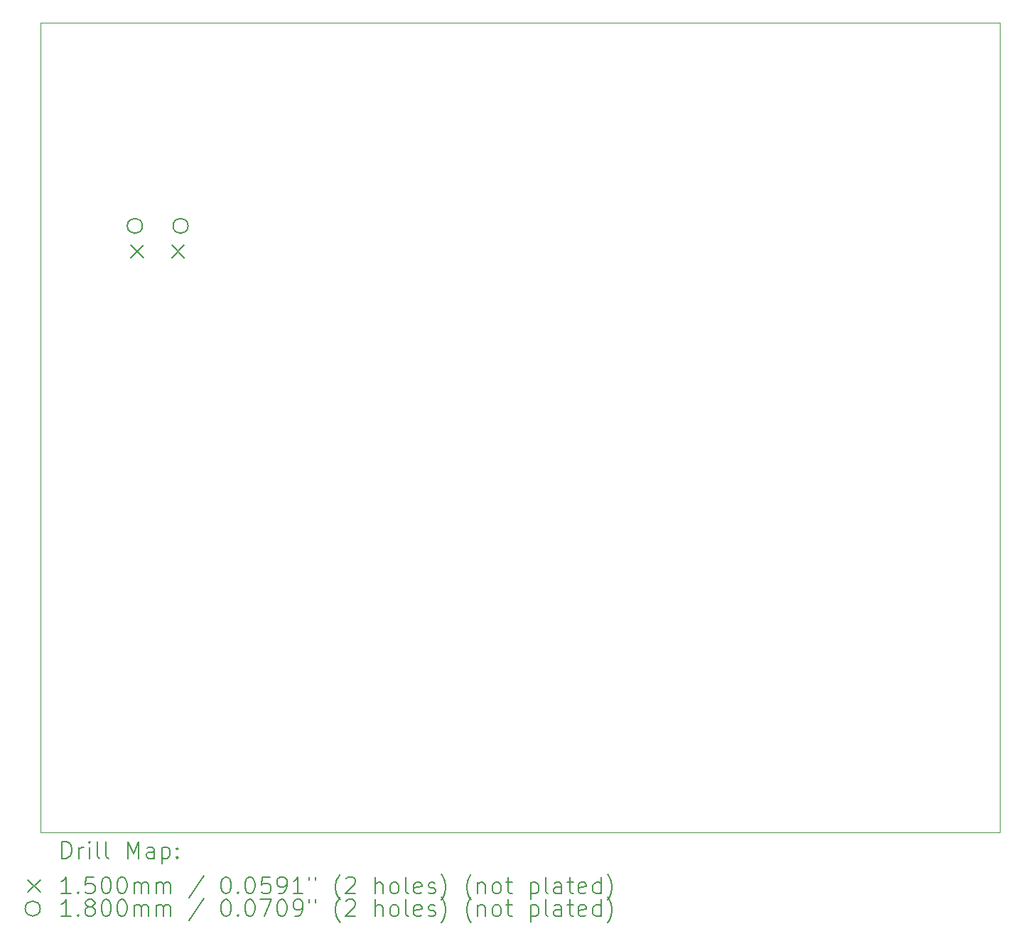
<source format=gbr>
%TF.GenerationSoftware,KiCad,Pcbnew,7.0.11-7.0.11~ubuntu22.04.1*%
%TF.CreationDate,2024-10-29T07:47:58+09:00*%
%TF.ProjectId,Akashi-19,416b6173-6869-42d3-9139-2e6b69636164,rev?*%
%TF.SameCoordinates,Original*%
%TF.FileFunction,Drillmap*%
%TF.FilePolarity,Positive*%
%FSLAX45Y45*%
G04 Gerber Fmt 4.5, Leading zero omitted, Abs format (unit mm)*
G04 Created by KiCad (PCBNEW 7.0.11-7.0.11~ubuntu22.04.1) date 2024-10-29 07:47:58*
%MOMM*%
%LPD*%
G01*
G04 APERTURE LIST*
%ADD10C,0.050000*%
%ADD11C,0.200000*%
%ADD12C,0.150000*%
%ADD13C,0.180000*%
G04 APERTURE END LIST*
D10*
X21209000Y-5207000D02*
X9779000Y-5207000D01*
X9779000Y-14859000D02*
X21209000Y-14859000D01*
X9779000Y-5207000D02*
X9779000Y-14859000D01*
X21209000Y-14859000D02*
X21209000Y-5207000D01*
D11*
D12*
X10858500Y-7861000D02*
X11008500Y-8011000D01*
X11008500Y-7861000D02*
X10858500Y-8011000D01*
X11343500Y-7861000D02*
X11493500Y-8011000D01*
X11493500Y-7861000D02*
X11343500Y-8011000D01*
D13*
X10993500Y-7633000D02*
G75*
G03*
X10813500Y-7633000I-90000J0D01*
G01*
X10813500Y-7633000D02*
G75*
G03*
X10993500Y-7633000I90000J0D01*
G01*
X11538500Y-7633000D02*
G75*
G03*
X11358500Y-7633000I-90000J0D01*
G01*
X11358500Y-7633000D02*
G75*
G03*
X11538500Y-7633000I90000J0D01*
G01*
D11*
X10037277Y-15172984D02*
X10037277Y-14972984D01*
X10037277Y-14972984D02*
X10084896Y-14972984D01*
X10084896Y-14972984D02*
X10113467Y-14982508D01*
X10113467Y-14982508D02*
X10132515Y-15001555D01*
X10132515Y-15001555D02*
X10142039Y-15020603D01*
X10142039Y-15020603D02*
X10151563Y-15058698D01*
X10151563Y-15058698D02*
X10151563Y-15087269D01*
X10151563Y-15087269D02*
X10142039Y-15125365D01*
X10142039Y-15125365D02*
X10132515Y-15144412D01*
X10132515Y-15144412D02*
X10113467Y-15163460D01*
X10113467Y-15163460D02*
X10084896Y-15172984D01*
X10084896Y-15172984D02*
X10037277Y-15172984D01*
X10237277Y-15172984D02*
X10237277Y-15039650D01*
X10237277Y-15077746D02*
X10246801Y-15058698D01*
X10246801Y-15058698D02*
X10256324Y-15049174D01*
X10256324Y-15049174D02*
X10275372Y-15039650D01*
X10275372Y-15039650D02*
X10294420Y-15039650D01*
X10361086Y-15172984D02*
X10361086Y-15039650D01*
X10361086Y-14972984D02*
X10351563Y-14982508D01*
X10351563Y-14982508D02*
X10361086Y-14992031D01*
X10361086Y-14992031D02*
X10370610Y-14982508D01*
X10370610Y-14982508D02*
X10361086Y-14972984D01*
X10361086Y-14972984D02*
X10361086Y-14992031D01*
X10484896Y-15172984D02*
X10465848Y-15163460D01*
X10465848Y-15163460D02*
X10456324Y-15144412D01*
X10456324Y-15144412D02*
X10456324Y-14972984D01*
X10589658Y-15172984D02*
X10570610Y-15163460D01*
X10570610Y-15163460D02*
X10561086Y-15144412D01*
X10561086Y-15144412D02*
X10561086Y-14972984D01*
X10818229Y-15172984D02*
X10818229Y-14972984D01*
X10818229Y-14972984D02*
X10884896Y-15115841D01*
X10884896Y-15115841D02*
X10951563Y-14972984D01*
X10951563Y-14972984D02*
X10951563Y-15172984D01*
X11132515Y-15172984D02*
X11132515Y-15068222D01*
X11132515Y-15068222D02*
X11122991Y-15049174D01*
X11122991Y-15049174D02*
X11103944Y-15039650D01*
X11103944Y-15039650D02*
X11065848Y-15039650D01*
X11065848Y-15039650D02*
X11046801Y-15049174D01*
X11132515Y-15163460D02*
X11113467Y-15172984D01*
X11113467Y-15172984D02*
X11065848Y-15172984D01*
X11065848Y-15172984D02*
X11046801Y-15163460D01*
X11046801Y-15163460D02*
X11037277Y-15144412D01*
X11037277Y-15144412D02*
X11037277Y-15125365D01*
X11037277Y-15125365D02*
X11046801Y-15106317D01*
X11046801Y-15106317D02*
X11065848Y-15096793D01*
X11065848Y-15096793D02*
X11113467Y-15096793D01*
X11113467Y-15096793D02*
X11132515Y-15087269D01*
X11227753Y-15039650D02*
X11227753Y-15239650D01*
X11227753Y-15049174D02*
X11246801Y-15039650D01*
X11246801Y-15039650D02*
X11284896Y-15039650D01*
X11284896Y-15039650D02*
X11303943Y-15049174D01*
X11303943Y-15049174D02*
X11313467Y-15058698D01*
X11313467Y-15058698D02*
X11322991Y-15077746D01*
X11322991Y-15077746D02*
X11322991Y-15134888D01*
X11322991Y-15134888D02*
X11313467Y-15153936D01*
X11313467Y-15153936D02*
X11303943Y-15163460D01*
X11303943Y-15163460D02*
X11284896Y-15172984D01*
X11284896Y-15172984D02*
X11246801Y-15172984D01*
X11246801Y-15172984D02*
X11227753Y-15163460D01*
X11408705Y-15153936D02*
X11418229Y-15163460D01*
X11418229Y-15163460D02*
X11408705Y-15172984D01*
X11408705Y-15172984D02*
X11399182Y-15163460D01*
X11399182Y-15163460D02*
X11408705Y-15153936D01*
X11408705Y-15153936D02*
X11408705Y-15172984D01*
X11408705Y-15049174D02*
X11418229Y-15058698D01*
X11418229Y-15058698D02*
X11408705Y-15068222D01*
X11408705Y-15068222D02*
X11399182Y-15058698D01*
X11399182Y-15058698D02*
X11408705Y-15049174D01*
X11408705Y-15049174D02*
X11408705Y-15068222D01*
D12*
X9626500Y-15426500D02*
X9776500Y-15576500D01*
X9776500Y-15426500D02*
X9626500Y-15576500D01*
D11*
X10142039Y-15592984D02*
X10027753Y-15592984D01*
X10084896Y-15592984D02*
X10084896Y-15392984D01*
X10084896Y-15392984D02*
X10065848Y-15421555D01*
X10065848Y-15421555D02*
X10046801Y-15440603D01*
X10046801Y-15440603D02*
X10027753Y-15450127D01*
X10227753Y-15573936D02*
X10237277Y-15583460D01*
X10237277Y-15583460D02*
X10227753Y-15592984D01*
X10227753Y-15592984D02*
X10218229Y-15583460D01*
X10218229Y-15583460D02*
X10227753Y-15573936D01*
X10227753Y-15573936D02*
X10227753Y-15592984D01*
X10418229Y-15392984D02*
X10322991Y-15392984D01*
X10322991Y-15392984D02*
X10313467Y-15488222D01*
X10313467Y-15488222D02*
X10322991Y-15478698D01*
X10322991Y-15478698D02*
X10342039Y-15469174D01*
X10342039Y-15469174D02*
X10389658Y-15469174D01*
X10389658Y-15469174D02*
X10408705Y-15478698D01*
X10408705Y-15478698D02*
X10418229Y-15488222D01*
X10418229Y-15488222D02*
X10427753Y-15507269D01*
X10427753Y-15507269D02*
X10427753Y-15554888D01*
X10427753Y-15554888D02*
X10418229Y-15573936D01*
X10418229Y-15573936D02*
X10408705Y-15583460D01*
X10408705Y-15583460D02*
X10389658Y-15592984D01*
X10389658Y-15592984D02*
X10342039Y-15592984D01*
X10342039Y-15592984D02*
X10322991Y-15583460D01*
X10322991Y-15583460D02*
X10313467Y-15573936D01*
X10551563Y-15392984D02*
X10570610Y-15392984D01*
X10570610Y-15392984D02*
X10589658Y-15402508D01*
X10589658Y-15402508D02*
X10599182Y-15412031D01*
X10599182Y-15412031D02*
X10608705Y-15431079D01*
X10608705Y-15431079D02*
X10618229Y-15469174D01*
X10618229Y-15469174D02*
X10618229Y-15516793D01*
X10618229Y-15516793D02*
X10608705Y-15554888D01*
X10608705Y-15554888D02*
X10599182Y-15573936D01*
X10599182Y-15573936D02*
X10589658Y-15583460D01*
X10589658Y-15583460D02*
X10570610Y-15592984D01*
X10570610Y-15592984D02*
X10551563Y-15592984D01*
X10551563Y-15592984D02*
X10532515Y-15583460D01*
X10532515Y-15583460D02*
X10522991Y-15573936D01*
X10522991Y-15573936D02*
X10513467Y-15554888D01*
X10513467Y-15554888D02*
X10503944Y-15516793D01*
X10503944Y-15516793D02*
X10503944Y-15469174D01*
X10503944Y-15469174D02*
X10513467Y-15431079D01*
X10513467Y-15431079D02*
X10522991Y-15412031D01*
X10522991Y-15412031D02*
X10532515Y-15402508D01*
X10532515Y-15402508D02*
X10551563Y-15392984D01*
X10742039Y-15392984D02*
X10761086Y-15392984D01*
X10761086Y-15392984D02*
X10780134Y-15402508D01*
X10780134Y-15402508D02*
X10789658Y-15412031D01*
X10789658Y-15412031D02*
X10799182Y-15431079D01*
X10799182Y-15431079D02*
X10808705Y-15469174D01*
X10808705Y-15469174D02*
X10808705Y-15516793D01*
X10808705Y-15516793D02*
X10799182Y-15554888D01*
X10799182Y-15554888D02*
X10789658Y-15573936D01*
X10789658Y-15573936D02*
X10780134Y-15583460D01*
X10780134Y-15583460D02*
X10761086Y-15592984D01*
X10761086Y-15592984D02*
X10742039Y-15592984D01*
X10742039Y-15592984D02*
X10722991Y-15583460D01*
X10722991Y-15583460D02*
X10713467Y-15573936D01*
X10713467Y-15573936D02*
X10703944Y-15554888D01*
X10703944Y-15554888D02*
X10694420Y-15516793D01*
X10694420Y-15516793D02*
X10694420Y-15469174D01*
X10694420Y-15469174D02*
X10703944Y-15431079D01*
X10703944Y-15431079D02*
X10713467Y-15412031D01*
X10713467Y-15412031D02*
X10722991Y-15402508D01*
X10722991Y-15402508D02*
X10742039Y-15392984D01*
X10894420Y-15592984D02*
X10894420Y-15459650D01*
X10894420Y-15478698D02*
X10903944Y-15469174D01*
X10903944Y-15469174D02*
X10922991Y-15459650D01*
X10922991Y-15459650D02*
X10951563Y-15459650D01*
X10951563Y-15459650D02*
X10970610Y-15469174D01*
X10970610Y-15469174D02*
X10980134Y-15488222D01*
X10980134Y-15488222D02*
X10980134Y-15592984D01*
X10980134Y-15488222D02*
X10989658Y-15469174D01*
X10989658Y-15469174D02*
X11008705Y-15459650D01*
X11008705Y-15459650D02*
X11037277Y-15459650D01*
X11037277Y-15459650D02*
X11056325Y-15469174D01*
X11056325Y-15469174D02*
X11065848Y-15488222D01*
X11065848Y-15488222D02*
X11065848Y-15592984D01*
X11161086Y-15592984D02*
X11161086Y-15459650D01*
X11161086Y-15478698D02*
X11170610Y-15469174D01*
X11170610Y-15469174D02*
X11189658Y-15459650D01*
X11189658Y-15459650D02*
X11218229Y-15459650D01*
X11218229Y-15459650D02*
X11237277Y-15469174D01*
X11237277Y-15469174D02*
X11246801Y-15488222D01*
X11246801Y-15488222D02*
X11246801Y-15592984D01*
X11246801Y-15488222D02*
X11256324Y-15469174D01*
X11256324Y-15469174D02*
X11275372Y-15459650D01*
X11275372Y-15459650D02*
X11303943Y-15459650D01*
X11303943Y-15459650D02*
X11322991Y-15469174D01*
X11322991Y-15469174D02*
X11332515Y-15488222D01*
X11332515Y-15488222D02*
X11332515Y-15592984D01*
X11722991Y-15383460D02*
X11551563Y-15640603D01*
X11980134Y-15392984D02*
X11999182Y-15392984D01*
X11999182Y-15392984D02*
X12018229Y-15402508D01*
X12018229Y-15402508D02*
X12027753Y-15412031D01*
X12027753Y-15412031D02*
X12037277Y-15431079D01*
X12037277Y-15431079D02*
X12046801Y-15469174D01*
X12046801Y-15469174D02*
X12046801Y-15516793D01*
X12046801Y-15516793D02*
X12037277Y-15554888D01*
X12037277Y-15554888D02*
X12027753Y-15573936D01*
X12027753Y-15573936D02*
X12018229Y-15583460D01*
X12018229Y-15583460D02*
X11999182Y-15592984D01*
X11999182Y-15592984D02*
X11980134Y-15592984D01*
X11980134Y-15592984D02*
X11961086Y-15583460D01*
X11961086Y-15583460D02*
X11951563Y-15573936D01*
X11951563Y-15573936D02*
X11942039Y-15554888D01*
X11942039Y-15554888D02*
X11932515Y-15516793D01*
X11932515Y-15516793D02*
X11932515Y-15469174D01*
X11932515Y-15469174D02*
X11942039Y-15431079D01*
X11942039Y-15431079D02*
X11951563Y-15412031D01*
X11951563Y-15412031D02*
X11961086Y-15402508D01*
X11961086Y-15402508D02*
X11980134Y-15392984D01*
X12132515Y-15573936D02*
X12142039Y-15583460D01*
X12142039Y-15583460D02*
X12132515Y-15592984D01*
X12132515Y-15592984D02*
X12122991Y-15583460D01*
X12122991Y-15583460D02*
X12132515Y-15573936D01*
X12132515Y-15573936D02*
X12132515Y-15592984D01*
X12265848Y-15392984D02*
X12284896Y-15392984D01*
X12284896Y-15392984D02*
X12303944Y-15402508D01*
X12303944Y-15402508D02*
X12313467Y-15412031D01*
X12313467Y-15412031D02*
X12322991Y-15431079D01*
X12322991Y-15431079D02*
X12332515Y-15469174D01*
X12332515Y-15469174D02*
X12332515Y-15516793D01*
X12332515Y-15516793D02*
X12322991Y-15554888D01*
X12322991Y-15554888D02*
X12313467Y-15573936D01*
X12313467Y-15573936D02*
X12303944Y-15583460D01*
X12303944Y-15583460D02*
X12284896Y-15592984D01*
X12284896Y-15592984D02*
X12265848Y-15592984D01*
X12265848Y-15592984D02*
X12246801Y-15583460D01*
X12246801Y-15583460D02*
X12237277Y-15573936D01*
X12237277Y-15573936D02*
X12227753Y-15554888D01*
X12227753Y-15554888D02*
X12218229Y-15516793D01*
X12218229Y-15516793D02*
X12218229Y-15469174D01*
X12218229Y-15469174D02*
X12227753Y-15431079D01*
X12227753Y-15431079D02*
X12237277Y-15412031D01*
X12237277Y-15412031D02*
X12246801Y-15402508D01*
X12246801Y-15402508D02*
X12265848Y-15392984D01*
X12513467Y-15392984D02*
X12418229Y-15392984D01*
X12418229Y-15392984D02*
X12408706Y-15488222D01*
X12408706Y-15488222D02*
X12418229Y-15478698D01*
X12418229Y-15478698D02*
X12437277Y-15469174D01*
X12437277Y-15469174D02*
X12484896Y-15469174D01*
X12484896Y-15469174D02*
X12503944Y-15478698D01*
X12503944Y-15478698D02*
X12513467Y-15488222D01*
X12513467Y-15488222D02*
X12522991Y-15507269D01*
X12522991Y-15507269D02*
X12522991Y-15554888D01*
X12522991Y-15554888D02*
X12513467Y-15573936D01*
X12513467Y-15573936D02*
X12503944Y-15583460D01*
X12503944Y-15583460D02*
X12484896Y-15592984D01*
X12484896Y-15592984D02*
X12437277Y-15592984D01*
X12437277Y-15592984D02*
X12418229Y-15583460D01*
X12418229Y-15583460D02*
X12408706Y-15573936D01*
X12618229Y-15592984D02*
X12656325Y-15592984D01*
X12656325Y-15592984D02*
X12675372Y-15583460D01*
X12675372Y-15583460D02*
X12684896Y-15573936D01*
X12684896Y-15573936D02*
X12703944Y-15545365D01*
X12703944Y-15545365D02*
X12713467Y-15507269D01*
X12713467Y-15507269D02*
X12713467Y-15431079D01*
X12713467Y-15431079D02*
X12703944Y-15412031D01*
X12703944Y-15412031D02*
X12694420Y-15402508D01*
X12694420Y-15402508D02*
X12675372Y-15392984D01*
X12675372Y-15392984D02*
X12637277Y-15392984D01*
X12637277Y-15392984D02*
X12618229Y-15402508D01*
X12618229Y-15402508D02*
X12608706Y-15412031D01*
X12608706Y-15412031D02*
X12599182Y-15431079D01*
X12599182Y-15431079D02*
X12599182Y-15478698D01*
X12599182Y-15478698D02*
X12608706Y-15497746D01*
X12608706Y-15497746D02*
X12618229Y-15507269D01*
X12618229Y-15507269D02*
X12637277Y-15516793D01*
X12637277Y-15516793D02*
X12675372Y-15516793D01*
X12675372Y-15516793D02*
X12694420Y-15507269D01*
X12694420Y-15507269D02*
X12703944Y-15497746D01*
X12703944Y-15497746D02*
X12713467Y-15478698D01*
X12903944Y-15592984D02*
X12789658Y-15592984D01*
X12846801Y-15592984D02*
X12846801Y-15392984D01*
X12846801Y-15392984D02*
X12827753Y-15421555D01*
X12827753Y-15421555D02*
X12808706Y-15440603D01*
X12808706Y-15440603D02*
X12789658Y-15450127D01*
X12980134Y-15392984D02*
X12980134Y-15431079D01*
X13056325Y-15392984D02*
X13056325Y-15431079D01*
X13351563Y-15669174D02*
X13342039Y-15659650D01*
X13342039Y-15659650D02*
X13322991Y-15631079D01*
X13322991Y-15631079D02*
X13313468Y-15612031D01*
X13313468Y-15612031D02*
X13303944Y-15583460D01*
X13303944Y-15583460D02*
X13294420Y-15535841D01*
X13294420Y-15535841D02*
X13294420Y-15497746D01*
X13294420Y-15497746D02*
X13303944Y-15450127D01*
X13303944Y-15450127D02*
X13313468Y-15421555D01*
X13313468Y-15421555D02*
X13322991Y-15402508D01*
X13322991Y-15402508D02*
X13342039Y-15373936D01*
X13342039Y-15373936D02*
X13351563Y-15364412D01*
X13418229Y-15412031D02*
X13427753Y-15402508D01*
X13427753Y-15402508D02*
X13446801Y-15392984D01*
X13446801Y-15392984D02*
X13494420Y-15392984D01*
X13494420Y-15392984D02*
X13513468Y-15402508D01*
X13513468Y-15402508D02*
X13522991Y-15412031D01*
X13522991Y-15412031D02*
X13532515Y-15431079D01*
X13532515Y-15431079D02*
X13532515Y-15450127D01*
X13532515Y-15450127D02*
X13522991Y-15478698D01*
X13522991Y-15478698D02*
X13408706Y-15592984D01*
X13408706Y-15592984D02*
X13532515Y-15592984D01*
X13770610Y-15592984D02*
X13770610Y-15392984D01*
X13856325Y-15592984D02*
X13856325Y-15488222D01*
X13856325Y-15488222D02*
X13846801Y-15469174D01*
X13846801Y-15469174D02*
X13827753Y-15459650D01*
X13827753Y-15459650D02*
X13799182Y-15459650D01*
X13799182Y-15459650D02*
X13780134Y-15469174D01*
X13780134Y-15469174D02*
X13770610Y-15478698D01*
X13980134Y-15592984D02*
X13961087Y-15583460D01*
X13961087Y-15583460D02*
X13951563Y-15573936D01*
X13951563Y-15573936D02*
X13942039Y-15554888D01*
X13942039Y-15554888D02*
X13942039Y-15497746D01*
X13942039Y-15497746D02*
X13951563Y-15478698D01*
X13951563Y-15478698D02*
X13961087Y-15469174D01*
X13961087Y-15469174D02*
X13980134Y-15459650D01*
X13980134Y-15459650D02*
X14008706Y-15459650D01*
X14008706Y-15459650D02*
X14027753Y-15469174D01*
X14027753Y-15469174D02*
X14037277Y-15478698D01*
X14037277Y-15478698D02*
X14046801Y-15497746D01*
X14046801Y-15497746D02*
X14046801Y-15554888D01*
X14046801Y-15554888D02*
X14037277Y-15573936D01*
X14037277Y-15573936D02*
X14027753Y-15583460D01*
X14027753Y-15583460D02*
X14008706Y-15592984D01*
X14008706Y-15592984D02*
X13980134Y-15592984D01*
X14161087Y-15592984D02*
X14142039Y-15583460D01*
X14142039Y-15583460D02*
X14132515Y-15564412D01*
X14132515Y-15564412D02*
X14132515Y-15392984D01*
X14313468Y-15583460D02*
X14294420Y-15592984D01*
X14294420Y-15592984D02*
X14256325Y-15592984D01*
X14256325Y-15592984D02*
X14237277Y-15583460D01*
X14237277Y-15583460D02*
X14227753Y-15564412D01*
X14227753Y-15564412D02*
X14227753Y-15488222D01*
X14227753Y-15488222D02*
X14237277Y-15469174D01*
X14237277Y-15469174D02*
X14256325Y-15459650D01*
X14256325Y-15459650D02*
X14294420Y-15459650D01*
X14294420Y-15459650D02*
X14313468Y-15469174D01*
X14313468Y-15469174D02*
X14322991Y-15488222D01*
X14322991Y-15488222D02*
X14322991Y-15507269D01*
X14322991Y-15507269D02*
X14227753Y-15526317D01*
X14399182Y-15583460D02*
X14418230Y-15592984D01*
X14418230Y-15592984D02*
X14456325Y-15592984D01*
X14456325Y-15592984D02*
X14475372Y-15583460D01*
X14475372Y-15583460D02*
X14484896Y-15564412D01*
X14484896Y-15564412D02*
X14484896Y-15554888D01*
X14484896Y-15554888D02*
X14475372Y-15535841D01*
X14475372Y-15535841D02*
X14456325Y-15526317D01*
X14456325Y-15526317D02*
X14427753Y-15526317D01*
X14427753Y-15526317D02*
X14408706Y-15516793D01*
X14408706Y-15516793D02*
X14399182Y-15497746D01*
X14399182Y-15497746D02*
X14399182Y-15488222D01*
X14399182Y-15488222D02*
X14408706Y-15469174D01*
X14408706Y-15469174D02*
X14427753Y-15459650D01*
X14427753Y-15459650D02*
X14456325Y-15459650D01*
X14456325Y-15459650D02*
X14475372Y-15469174D01*
X14551563Y-15669174D02*
X14561087Y-15659650D01*
X14561087Y-15659650D02*
X14580134Y-15631079D01*
X14580134Y-15631079D02*
X14589658Y-15612031D01*
X14589658Y-15612031D02*
X14599182Y-15583460D01*
X14599182Y-15583460D02*
X14608706Y-15535841D01*
X14608706Y-15535841D02*
X14608706Y-15497746D01*
X14608706Y-15497746D02*
X14599182Y-15450127D01*
X14599182Y-15450127D02*
X14589658Y-15421555D01*
X14589658Y-15421555D02*
X14580134Y-15402508D01*
X14580134Y-15402508D02*
X14561087Y-15373936D01*
X14561087Y-15373936D02*
X14551563Y-15364412D01*
X14913468Y-15669174D02*
X14903944Y-15659650D01*
X14903944Y-15659650D02*
X14884896Y-15631079D01*
X14884896Y-15631079D02*
X14875372Y-15612031D01*
X14875372Y-15612031D02*
X14865849Y-15583460D01*
X14865849Y-15583460D02*
X14856325Y-15535841D01*
X14856325Y-15535841D02*
X14856325Y-15497746D01*
X14856325Y-15497746D02*
X14865849Y-15450127D01*
X14865849Y-15450127D02*
X14875372Y-15421555D01*
X14875372Y-15421555D02*
X14884896Y-15402508D01*
X14884896Y-15402508D02*
X14903944Y-15373936D01*
X14903944Y-15373936D02*
X14913468Y-15364412D01*
X14989658Y-15459650D02*
X14989658Y-15592984D01*
X14989658Y-15478698D02*
X14999182Y-15469174D01*
X14999182Y-15469174D02*
X15018230Y-15459650D01*
X15018230Y-15459650D02*
X15046801Y-15459650D01*
X15046801Y-15459650D02*
X15065849Y-15469174D01*
X15065849Y-15469174D02*
X15075372Y-15488222D01*
X15075372Y-15488222D02*
X15075372Y-15592984D01*
X15199182Y-15592984D02*
X15180134Y-15583460D01*
X15180134Y-15583460D02*
X15170611Y-15573936D01*
X15170611Y-15573936D02*
X15161087Y-15554888D01*
X15161087Y-15554888D02*
X15161087Y-15497746D01*
X15161087Y-15497746D02*
X15170611Y-15478698D01*
X15170611Y-15478698D02*
X15180134Y-15469174D01*
X15180134Y-15469174D02*
X15199182Y-15459650D01*
X15199182Y-15459650D02*
X15227753Y-15459650D01*
X15227753Y-15459650D02*
X15246801Y-15469174D01*
X15246801Y-15469174D02*
X15256325Y-15478698D01*
X15256325Y-15478698D02*
X15265849Y-15497746D01*
X15265849Y-15497746D02*
X15265849Y-15554888D01*
X15265849Y-15554888D02*
X15256325Y-15573936D01*
X15256325Y-15573936D02*
X15246801Y-15583460D01*
X15246801Y-15583460D02*
X15227753Y-15592984D01*
X15227753Y-15592984D02*
X15199182Y-15592984D01*
X15322992Y-15459650D02*
X15399182Y-15459650D01*
X15351563Y-15392984D02*
X15351563Y-15564412D01*
X15351563Y-15564412D02*
X15361087Y-15583460D01*
X15361087Y-15583460D02*
X15380134Y-15592984D01*
X15380134Y-15592984D02*
X15399182Y-15592984D01*
X15618230Y-15459650D02*
X15618230Y-15659650D01*
X15618230Y-15469174D02*
X15637277Y-15459650D01*
X15637277Y-15459650D02*
X15675373Y-15459650D01*
X15675373Y-15459650D02*
X15694420Y-15469174D01*
X15694420Y-15469174D02*
X15703944Y-15478698D01*
X15703944Y-15478698D02*
X15713468Y-15497746D01*
X15713468Y-15497746D02*
X15713468Y-15554888D01*
X15713468Y-15554888D02*
X15703944Y-15573936D01*
X15703944Y-15573936D02*
X15694420Y-15583460D01*
X15694420Y-15583460D02*
X15675373Y-15592984D01*
X15675373Y-15592984D02*
X15637277Y-15592984D01*
X15637277Y-15592984D02*
X15618230Y-15583460D01*
X15827753Y-15592984D02*
X15808706Y-15583460D01*
X15808706Y-15583460D02*
X15799182Y-15564412D01*
X15799182Y-15564412D02*
X15799182Y-15392984D01*
X15989658Y-15592984D02*
X15989658Y-15488222D01*
X15989658Y-15488222D02*
X15980134Y-15469174D01*
X15980134Y-15469174D02*
X15961087Y-15459650D01*
X15961087Y-15459650D02*
X15922992Y-15459650D01*
X15922992Y-15459650D02*
X15903944Y-15469174D01*
X15989658Y-15583460D02*
X15970611Y-15592984D01*
X15970611Y-15592984D02*
X15922992Y-15592984D01*
X15922992Y-15592984D02*
X15903944Y-15583460D01*
X15903944Y-15583460D02*
X15894420Y-15564412D01*
X15894420Y-15564412D02*
X15894420Y-15545365D01*
X15894420Y-15545365D02*
X15903944Y-15526317D01*
X15903944Y-15526317D02*
X15922992Y-15516793D01*
X15922992Y-15516793D02*
X15970611Y-15516793D01*
X15970611Y-15516793D02*
X15989658Y-15507269D01*
X16056325Y-15459650D02*
X16132515Y-15459650D01*
X16084896Y-15392984D02*
X16084896Y-15564412D01*
X16084896Y-15564412D02*
X16094420Y-15583460D01*
X16094420Y-15583460D02*
X16113468Y-15592984D01*
X16113468Y-15592984D02*
X16132515Y-15592984D01*
X16275373Y-15583460D02*
X16256325Y-15592984D01*
X16256325Y-15592984D02*
X16218230Y-15592984D01*
X16218230Y-15592984D02*
X16199182Y-15583460D01*
X16199182Y-15583460D02*
X16189658Y-15564412D01*
X16189658Y-15564412D02*
X16189658Y-15488222D01*
X16189658Y-15488222D02*
X16199182Y-15469174D01*
X16199182Y-15469174D02*
X16218230Y-15459650D01*
X16218230Y-15459650D02*
X16256325Y-15459650D01*
X16256325Y-15459650D02*
X16275373Y-15469174D01*
X16275373Y-15469174D02*
X16284896Y-15488222D01*
X16284896Y-15488222D02*
X16284896Y-15507269D01*
X16284896Y-15507269D02*
X16189658Y-15526317D01*
X16456325Y-15592984D02*
X16456325Y-15392984D01*
X16456325Y-15583460D02*
X16437277Y-15592984D01*
X16437277Y-15592984D02*
X16399182Y-15592984D01*
X16399182Y-15592984D02*
X16380134Y-15583460D01*
X16380134Y-15583460D02*
X16370611Y-15573936D01*
X16370611Y-15573936D02*
X16361087Y-15554888D01*
X16361087Y-15554888D02*
X16361087Y-15497746D01*
X16361087Y-15497746D02*
X16370611Y-15478698D01*
X16370611Y-15478698D02*
X16380134Y-15469174D01*
X16380134Y-15469174D02*
X16399182Y-15459650D01*
X16399182Y-15459650D02*
X16437277Y-15459650D01*
X16437277Y-15459650D02*
X16456325Y-15469174D01*
X16532515Y-15669174D02*
X16542039Y-15659650D01*
X16542039Y-15659650D02*
X16561087Y-15631079D01*
X16561087Y-15631079D02*
X16570611Y-15612031D01*
X16570611Y-15612031D02*
X16580134Y-15583460D01*
X16580134Y-15583460D02*
X16589658Y-15535841D01*
X16589658Y-15535841D02*
X16589658Y-15497746D01*
X16589658Y-15497746D02*
X16580134Y-15450127D01*
X16580134Y-15450127D02*
X16570611Y-15421555D01*
X16570611Y-15421555D02*
X16561087Y-15402508D01*
X16561087Y-15402508D02*
X16542039Y-15373936D01*
X16542039Y-15373936D02*
X16532515Y-15364412D01*
D13*
X9776500Y-15771500D02*
G75*
G03*
X9596500Y-15771500I-90000J0D01*
G01*
X9596500Y-15771500D02*
G75*
G03*
X9776500Y-15771500I90000J0D01*
G01*
D11*
X10142039Y-15862984D02*
X10027753Y-15862984D01*
X10084896Y-15862984D02*
X10084896Y-15662984D01*
X10084896Y-15662984D02*
X10065848Y-15691555D01*
X10065848Y-15691555D02*
X10046801Y-15710603D01*
X10046801Y-15710603D02*
X10027753Y-15720127D01*
X10227753Y-15843936D02*
X10237277Y-15853460D01*
X10237277Y-15853460D02*
X10227753Y-15862984D01*
X10227753Y-15862984D02*
X10218229Y-15853460D01*
X10218229Y-15853460D02*
X10227753Y-15843936D01*
X10227753Y-15843936D02*
X10227753Y-15862984D01*
X10351563Y-15748698D02*
X10332515Y-15739174D01*
X10332515Y-15739174D02*
X10322991Y-15729650D01*
X10322991Y-15729650D02*
X10313467Y-15710603D01*
X10313467Y-15710603D02*
X10313467Y-15701079D01*
X10313467Y-15701079D02*
X10322991Y-15682031D01*
X10322991Y-15682031D02*
X10332515Y-15672508D01*
X10332515Y-15672508D02*
X10351563Y-15662984D01*
X10351563Y-15662984D02*
X10389658Y-15662984D01*
X10389658Y-15662984D02*
X10408705Y-15672508D01*
X10408705Y-15672508D02*
X10418229Y-15682031D01*
X10418229Y-15682031D02*
X10427753Y-15701079D01*
X10427753Y-15701079D02*
X10427753Y-15710603D01*
X10427753Y-15710603D02*
X10418229Y-15729650D01*
X10418229Y-15729650D02*
X10408705Y-15739174D01*
X10408705Y-15739174D02*
X10389658Y-15748698D01*
X10389658Y-15748698D02*
X10351563Y-15748698D01*
X10351563Y-15748698D02*
X10332515Y-15758222D01*
X10332515Y-15758222D02*
X10322991Y-15767746D01*
X10322991Y-15767746D02*
X10313467Y-15786793D01*
X10313467Y-15786793D02*
X10313467Y-15824888D01*
X10313467Y-15824888D02*
X10322991Y-15843936D01*
X10322991Y-15843936D02*
X10332515Y-15853460D01*
X10332515Y-15853460D02*
X10351563Y-15862984D01*
X10351563Y-15862984D02*
X10389658Y-15862984D01*
X10389658Y-15862984D02*
X10408705Y-15853460D01*
X10408705Y-15853460D02*
X10418229Y-15843936D01*
X10418229Y-15843936D02*
X10427753Y-15824888D01*
X10427753Y-15824888D02*
X10427753Y-15786793D01*
X10427753Y-15786793D02*
X10418229Y-15767746D01*
X10418229Y-15767746D02*
X10408705Y-15758222D01*
X10408705Y-15758222D02*
X10389658Y-15748698D01*
X10551563Y-15662984D02*
X10570610Y-15662984D01*
X10570610Y-15662984D02*
X10589658Y-15672508D01*
X10589658Y-15672508D02*
X10599182Y-15682031D01*
X10599182Y-15682031D02*
X10608705Y-15701079D01*
X10608705Y-15701079D02*
X10618229Y-15739174D01*
X10618229Y-15739174D02*
X10618229Y-15786793D01*
X10618229Y-15786793D02*
X10608705Y-15824888D01*
X10608705Y-15824888D02*
X10599182Y-15843936D01*
X10599182Y-15843936D02*
X10589658Y-15853460D01*
X10589658Y-15853460D02*
X10570610Y-15862984D01*
X10570610Y-15862984D02*
X10551563Y-15862984D01*
X10551563Y-15862984D02*
X10532515Y-15853460D01*
X10532515Y-15853460D02*
X10522991Y-15843936D01*
X10522991Y-15843936D02*
X10513467Y-15824888D01*
X10513467Y-15824888D02*
X10503944Y-15786793D01*
X10503944Y-15786793D02*
X10503944Y-15739174D01*
X10503944Y-15739174D02*
X10513467Y-15701079D01*
X10513467Y-15701079D02*
X10522991Y-15682031D01*
X10522991Y-15682031D02*
X10532515Y-15672508D01*
X10532515Y-15672508D02*
X10551563Y-15662984D01*
X10742039Y-15662984D02*
X10761086Y-15662984D01*
X10761086Y-15662984D02*
X10780134Y-15672508D01*
X10780134Y-15672508D02*
X10789658Y-15682031D01*
X10789658Y-15682031D02*
X10799182Y-15701079D01*
X10799182Y-15701079D02*
X10808705Y-15739174D01*
X10808705Y-15739174D02*
X10808705Y-15786793D01*
X10808705Y-15786793D02*
X10799182Y-15824888D01*
X10799182Y-15824888D02*
X10789658Y-15843936D01*
X10789658Y-15843936D02*
X10780134Y-15853460D01*
X10780134Y-15853460D02*
X10761086Y-15862984D01*
X10761086Y-15862984D02*
X10742039Y-15862984D01*
X10742039Y-15862984D02*
X10722991Y-15853460D01*
X10722991Y-15853460D02*
X10713467Y-15843936D01*
X10713467Y-15843936D02*
X10703944Y-15824888D01*
X10703944Y-15824888D02*
X10694420Y-15786793D01*
X10694420Y-15786793D02*
X10694420Y-15739174D01*
X10694420Y-15739174D02*
X10703944Y-15701079D01*
X10703944Y-15701079D02*
X10713467Y-15682031D01*
X10713467Y-15682031D02*
X10722991Y-15672508D01*
X10722991Y-15672508D02*
X10742039Y-15662984D01*
X10894420Y-15862984D02*
X10894420Y-15729650D01*
X10894420Y-15748698D02*
X10903944Y-15739174D01*
X10903944Y-15739174D02*
X10922991Y-15729650D01*
X10922991Y-15729650D02*
X10951563Y-15729650D01*
X10951563Y-15729650D02*
X10970610Y-15739174D01*
X10970610Y-15739174D02*
X10980134Y-15758222D01*
X10980134Y-15758222D02*
X10980134Y-15862984D01*
X10980134Y-15758222D02*
X10989658Y-15739174D01*
X10989658Y-15739174D02*
X11008705Y-15729650D01*
X11008705Y-15729650D02*
X11037277Y-15729650D01*
X11037277Y-15729650D02*
X11056325Y-15739174D01*
X11056325Y-15739174D02*
X11065848Y-15758222D01*
X11065848Y-15758222D02*
X11065848Y-15862984D01*
X11161086Y-15862984D02*
X11161086Y-15729650D01*
X11161086Y-15748698D02*
X11170610Y-15739174D01*
X11170610Y-15739174D02*
X11189658Y-15729650D01*
X11189658Y-15729650D02*
X11218229Y-15729650D01*
X11218229Y-15729650D02*
X11237277Y-15739174D01*
X11237277Y-15739174D02*
X11246801Y-15758222D01*
X11246801Y-15758222D02*
X11246801Y-15862984D01*
X11246801Y-15758222D02*
X11256324Y-15739174D01*
X11256324Y-15739174D02*
X11275372Y-15729650D01*
X11275372Y-15729650D02*
X11303943Y-15729650D01*
X11303943Y-15729650D02*
X11322991Y-15739174D01*
X11322991Y-15739174D02*
X11332515Y-15758222D01*
X11332515Y-15758222D02*
X11332515Y-15862984D01*
X11722991Y-15653460D02*
X11551563Y-15910603D01*
X11980134Y-15662984D02*
X11999182Y-15662984D01*
X11999182Y-15662984D02*
X12018229Y-15672508D01*
X12018229Y-15672508D02*
X12027753Y-15682031D01*
X12027753Y-15682031D02*
X12037277Y-15701079D01*
X12037277Y-15701079D02*
X12046801Y-15739174D01*
X12046801Y-15739174D02*
X12046801Y-15786793D01*
X12046801Y-15786793D02*
X12037277Y-15824888D01*
X12037277Y-15824888D02*
X12027753Y-15843936D01*
X12027753Y-15843936D02*
X12018229Y-15853460D01*
X12018229Y-15853460D02*
X11999182Y-15862984D01*
X11999182Y-15862984D02*
X11980134Y-15862984D01*
X11980134Y-15862984D02*
X11961086Y-15853460D01*
X11961086Y-15853460D02*
X11951563Y-15843936D01*
X11951563Y-15843936D02*
X11942039Y-15824888D01*
X11942039Y-15824888D02*
X11932515Y-15786793D01*
X11932515Y-15786793D02*
X11932515Y-15739174D01*
X11932515Y-15739174D02*
X11942039Y-15701079D01*
X11942039Y-15701079D02*
X11951563Y-15682031D01*
X11951563Y-15682031D02*
X11961086Y-15672508D01*
X11961086Y-15672508D02*
X11980134Y-15662984D01*
X12132515Y-15843936D02*
X12142039Y-15853460D01*
X12142039Y-15853460D02*
X12132515Y-15862984D01*
X12132515Y-15862984D02*
X12122991Y-15853460D01*
X12122991Y-15853460D02*
X12132515Y-15843936D01*
X12132515Y-15843936D02*
X12132515Y-15862984D01*
X12265848Y-15662984D02*
X12284896Y-15662984D01*
X12284896Y-15662984D02*
X12303944Y-15672508D01*
X12303944Y-15672508D02*
X12313467Y-15682031D01*
X12313467Y-15682031D02*
X12322991Y-15701079D01*
X12322991Y-15701079D02*
X12332515Y-15739174D01*
X12332515Y-15739174D02*
X12332515Y-15786793D01*
X12332515Y-15786793D02*
X12322991Y-15824888D01*
X12322991Y-15824888D02*
X12313467Y-15843936D01*
X12313467Y-15843936D02*
X12303944Y-15853460D01*
X12303944Y-15853460D02*
X12284896Y-15862984D01*
X12284896Y-15862984D02*
X12265848Y-15862984D01*
X12265848Y-15862984D02*
X12246801Y-15853460D01*
X12246801Y-15853460D02*
X12237277Y-15843936D01*
X12237277Y-15843936D02*
X12227753Y-15824888D01*
X12227753Y-15824888D02*
X12218229Y-15786793D01*
X12218229Y-15786793D02*
X12218229Y-15739174D01*
X12218229Y-15739174D02*
X12227753Y-15701079D01*
X12227753Y-15701079D02*
X12237277Y-15682031D01*
X12237277Y-15682031D02*
X12246801Y-15672508D01*
X12246801Y-15672508D02*
X12265848Y-15662984D01*
X12399182Y-15662984D02*
X12532515Y-15662984D01*
X12532515Y-15662984D02*
X12446801Y-15862984D01*
X12646801Y-15662984D02*
X12665848Y-15662984D01*
X12665848Y-15662984D02*
X12684896Y-15672508D01*
X12684896Y-15672508D02*
X12694420Y-15682031D01*
X12694420Y-15682031D02*
X12703944Y-15701079D01*
X12703944Y-15701079D02*
X12713467Y-15739174D01*
X12713467Y-15739174D02*
X12713467Y-15786793D01*
X12713467Y-15786793D02*
X12703944Y-15824888D01*
X12703944Y-15824888D02*
X12694420Y-15843936D01*
X12694420Y-15843936D02*
X12684896Y-15853460D01*
X12684896Y-15853460D02*
X12665848Y-15862984D01*
X12665848Y-15862984D02*
X12646801Y-15862984D01*
X12646801Y-15862984D02*
X12627753Y-15853460D01*
X12627753Y-15853460D02*
X12618229Y-15843936D01*
X12618229Y-15843936D02*
X12608706Y-15824888D01*
X12608706Y-15824888D02*
X12599182Y-15786793D01*
X12599182Y-15786793D02*
X12599182Y-15739174D01*
X12599182Y-15739174D02*
X12608706Y-15701079D01*
X12608706Y-15701079D02*
X12618229Y-15682031D01*
X12618229Y-15682031D02*
X12627753Y-15672508D01*
X12627753Y-15672508D02*
X12646801Y-15662984D01*
X12808706Y-15862984D02*
X12846801Y-15862984D01*
X12846801Y-15862984D02*
X12865848Y-15853460D01*
X12865848Y-15853460D02*
X12875372Y-15843936D01*
X12875372Y-15843936D02*
X12894420Y-15815365D01*
X12894420Y-15815365D02*
X12903944Y-15777269D01*
X12903944Y-15777269D02*
X12903944Y-15701079D01*
X12903944Y-15701079D02*
X12894420Y-15682031D01*
X12894420Y-15682031D02*
X12884896Y-15672508D01*
X12884896Y-15672508D02*
X12865848Y-15662984D01*
X12865848Y-15662984D02*
X12827753Y-15662984D01*
X12827753Y-15662984D02*
X12808706Y-15672508D01*
X12808706Y-15672508D02*
X12799182Y-15682031D01*
X12799182Y-15682031D02*
X12789658Y-15701079D01*
X12789658Y-15701079D02*
X12789658Y-15748698D01*
X12789658Y-15748698D02*
X12799182Y-15767746D01*
X12799182Y-15767746D02*
X12808706Y-15777269D01*
X12808706Y-15777269D02*
X12827753Y-15786793D01*
X12827753Y-15786793D02*
X12865848Y-15786793D01*
X12865848Y-15786793D02*
X12884896Y-15777269D01*
X12884896Y-15777269D02*
X12894420Y-15767746D01*
X12894420Y-15767746D02*
X12903944Y-15748698D01*
X12980134Y-15662984D02*
X12980134Y-15701079D01*
X13056325Y-15662984D02*
X13056325Y-15701079D01*
X13351563Y-15939174D02*
X13342039Y-15929650D01*
X13342039Y-15929650D02*
X13322991Y-15901079D01*
X13322991Y-15901079D02*
X13313468Y-15882031D01*
X13313468Y-15882031D02*
X13303944Y-15853460D01*
X13303944Y-15853460D02*
X13294420Y-15805841D01*
X13294420Y-15805841D02*
X13294420Y-15767746D01*
X13294420Y-15767746D02*
X13303944Y-15720127D01*
X13303944Y-15720127D02*
X13313468Y-15691555D01*
X13313468Y-15691555D02*
X13322991Y-15672508D01*
X13322991Y-15672508D02*
X13342039Y-15643936D01*
X13342039Y-15643936D02*
X13351563Y-15634412D01*
X13418229Y-15682031D02*
X13427753Y-15672508D01*
X13427753Y-15672508D02*
X13446801Y-15662984D01*
X13446801Y-15662984D02*
X13494420Y-15662984D01*
X13494420Y-15662984D02*
X13513468Y-15672508D01*
X13513468Y-15672508D02*
X13522991Y-15682031D01*
X13522991Y-15682031D02*
X13532515Y-15701079D01*
X13532515Y-15701079D02*
X13532515Y-15720127D01*
X13532515Y-15720127D02*
X13522991Y-15748698D01*
X13522991Y-15748698D02*
X13408706Y-15862984D01*
X13408706Y-15862984D02*
X13532515Y-15862984D01*
X13770610Y-15862984D02*
X13770610Y-15662984D01*
X13856325Y-15862984D02*
X13856325Y-15758222D01*
X13856325Y-15758222D02*
X13846801Y-15739174D01*
X13846801Y-15739174D02*
X13827753Y-15729650D01*
X13827753Y-15729650D02*
X13799182Y-15729650D01*
X13799182Y-15729650D02*
X13780134Y-15739174D01*
X13780134Y-15739174D02*
X13770610Y-15748698D01*
X13980134Y-15862984D02*
X13961087Y-15853460D01*
X13961087Y-15853460D02*
X13951563Y-15843936D01*
X13951563Y-15843936D02*
X13942039Y-15824888D01*
X13942039Y-15824888D02*
X13942039Y-15767746D01*
X13942039Y-15767746D02*
X13951563Y-15748698D01*
X13951563Y-15748698D02*
X13961087Y-15739174D01*
X13961087Y-15739174D02*
X13980134Y-15729650D01*
X13980134Y-15729650D02*
X14008706Y-15729650D01*
X14008706Y-15729650D02*
X14027753Y-15739174D01*
X14027753Y-15739174D02*
X14037277Y-15748698D01*
X14037277Y-15748698D02*
X14046801Y-15767746D01*
X14046801Y-15767746D02*
X14046801Y-15824888D01*
X14046801Y-15824888D02*
X14037277Y-15843936D01*
X14037277Y-15843936D02*
X14027753Y-15853460D01*
X14027753Y-15853460D02*
X14008706Y-15862984D01*
X14008706Y-15862984D02*
X13980134Y-15862984D01*
X14161087Y-15862984D02*
X14142039Y-15853460D01*
X14142039Y-15853460D02*
X14132515Y-15834412D01*
X14132515Y-15834412D02*
X14132515Y-15662984D01*
X14313468Y-15853460D02*
X14294420Y-15862984D01*
X14294420Y-15862984D02*
X14256325Y-15862984D01*
X14256325Y-15862984D02*
X14237277Y-15853460D01*
X14237277Y-15853460D02*
X14227753Y-15834412D01*
X14227753Y-15834412D02*
X14227753Y-15758222D01*
X14227753Y-15758222D02*
X14237277Y-15739174D01*
X14237277Y-15739174D02*
X14256325Y-15729650D01*
X14256325Y-15729650D02*
X14294420Y-15729650D01*
X14294420Y-15729650D02*
X14313468Y-15739174D01*
X14313468Y-15739174D02*
X14322991Y-15758222D01*
X14322991Y-15758222D02*
X14322991Y-15777269D01*
X14322991Y-15777269D02*
X14227753Y-15796317D01*
X14399182Y-15853460D02*
X14418230Y-15862984D01*
X14418230Y-15862984D02*
X14456325Y-15862984D01*
X14456325Y-15862984D02*
X14475372Y-15853460D01*
X14475372Y-15853460D02*
X14484896Y-15834412D01*
X14484896Y-15834412D02*
X14484896Y-15824888D01*
X14484896Y-15824888D02*
X14475372Y-15805841D01*
X14475372Y-15805841D02*
X14456325Y-15796317D01*
X14456325Y-15796317D02*
X14427753Y-15796317D01*
X14427753Y-15796317D02*
X14408706Y-15786793D01*
X14408706Y-15786793D02*
X14399182Y-15767746D01*
X14399182Y-15767746D02*
X14399182Y-15758222D01*
X14399182Y-15758222D02*
X14408706Y-15739174D01*
X14408706Y-15739174D02*
X14427753Y-15729650D01*
X14427753Y-15729650D02*
X14456325Y-15729650D01*
X14456325Y-15729650D02*
X14475372Y-15739174D01*
X14551563Y-15939174D02*
X14561087Y-15929650D01*
X14561087Y-15929650D02*
X14580134Y-15901079D01*
X14580134Y-15901079D02*
X14589658Y-15882031D01*
X14589658Y-15882031D02*
X14599182Y-15853460D01*
X14599182Y-15853460D02*
X14608706Y-15805841D01*
X14608706Y-15805841D02*
X14608706Y-15767746D01*
X14608706Y-15767746D02*
X14599182Y-15720127D01*
X14599182Y-15720127D02*
X14589658Y-15691555D01*
X14589658Y-15691555D02*
X14580134Y-15672508D01*
X14580134Y-15672508D02*
X14561087Y-15643936D01*
X14561087Y-15643936D02*
X14551563Y-15634412D01*
X14913468Y-15939174D02*
X14903944Y-15929650D01*
X14903944Y-15929650D02*
X14884896Y-15901079D01*
X14884896Y-15901079D02*
X14875372Y-15882031D01*
X14875372Y-15882031D02*
X14865849Y-15853460D01*
X14865849Y-15853460D02*
X14856325Y-15805841D01*
X14856325Y-15805841D02*
X14856325Y-15767746D01*
X14856325Y-15767746D02*
X14865849Y-15720127D01*
X14865849Y-15720127D02*
X14875372Y-15691555D01*
X14875372Y-15691555D02*
X14884896Y-15672508D01*
X14884896Y-15672508D02*
X14903944Y-15643936D01*
X14903944Y-15643936D02*
X14913468Y-15634412D01*
X14989658Y-15729650D02*
X14989658Y-15862984D01*
X14989658Y-15748698D02*
X14999182Y-15739174D01*
X14999182Y-15739174D02*
X15018230Y-15729650D01*
X15018230Y-15729650D02*
X15046801Y-15729650D01*
X15046801Y-15729650D02*
X15065849Y-15739174D01*
X15065849Y-15739174D02*
X15075372Y-15758222D01*
X15075372Y-15758222D02*
X15075372Y-15862984D01*
X15199182Y-15862984D02*
X15180134Y-15853460D01*
X15180134Y-15853460D02*
X15170611Y-15843936D01*
X15170611Y-15843936D02*
X15161087Y-15824888D01*
X15161087Y-15824888D02*
X15161087Y-15767746D01*
X15161087Y-15767746D02*
X15170611Y-15748698D01*
X15170611Y-15748698D02*
X15180134Y-15739174D01*
X15180134Y-15739174D02*
X15199182Y-15729650D01*
X15199182Y-15729650D02*
X15227753Y-15729650D01*
X15227753Y-15729650D02*
X15246801Y-15739174D01*
X15246801Y-15739174D02*
X15256325Y-15748698D01*
X15256325Y-15748698D02*
X15265849Y-15767746D01*
X15265849Y-15767746D02*
X15265849Y-15824888D01*
X15265849Y-15824888D02*
X15256325Y-15843936D01*
X15256325Y-15843936D02*
X15246801Y-15853460D01*
X15246801Y-15853460D02*
X15227753Y-15862984D01*
X15227753Y-15862984D02*
X15199182Y-15862984D01*
X15322992Y-15729650D02*
X15399182Y-15729650D01*
X15351563Y-15662984D02*
X15351563Y-15834412D01*
X15351563Y-15834412D02*
X15361087Y-15853460D01*
X15361087Y-15853460D02*
X15380134Y-15862984D01*
X15380134Y-15862984D02*
X15399182Y-15862984D01*
X15618230Y-15729650D02*
X15618230Y-15929650D01*
X15618230Y-15739174D02*
X15637277Y-15729650D01*
X15637277Y-15729650D02*
X15675373Y-15729650D01*
X15675373Y-15729650D02*
X15694420Y-15739174D01*
X15694420Y-15739174D02*
X15703944Y-15748698D01*
X15703944Y-15748698D02*
X15713468Y-15767746D01*
X15713468Y-15767746D02*
X15713468Y-15824888D01*
X15713468Y-15824888D02*
X15703944Y-15843936D01*
X15703944Y-15843936D02*
X15694420Y-15853460D01*
X15694420Y-15853460D02*
X15675373Y-15862984D01*
X15675373Y-15862984D02*
X15637277Y-15862984D01*
X15637277Y-15862984D02*
X15618230Y-15853460D01*
X15827753Y-15862984D02*
X15808706Y-15853460D01*
X15808706Y-15853460D02*
X15799182Y-15834412D01*
X15799182Y-15834412D02*
X15799182Y-15662984D01*
X15989658Y-15862984D02*
X15989658Y-15758222D01*
X15989658Y-15758222D02*
X15980134Y-15739174D01*
X15980134Y-15739174D02*
X15961087Y-15729650D01*
X15961087Y-15729650D02*
X15922992Y-15729650D01*
X15922992Y-15729650D02*
X15903944Y-15739174D01*
X15989658Y-15853460D02*
X15970611Y-15862984D01*
X15970611Y-15862984D02*
X15922992Y-15862984D01*
X15922992Y-15862984D02*
X15903944Y-15853460D01*
X15903944Y-15853460D02*
X15894420Y-15834412D01*
X15894420Y-15834412D02*
X15894420Y-15815365D01*
X15894420Y-15815365D02*
X15903944Y-15796317D01*
X15903944Y-15796317D02*
X15922992Y-15786793D01*
X15922992Y-15786793D02*
X15970611Y-15786793D01*
X15970611Y-15786793D02*
X15989658Y-15777269D01*
X16056325Y-15729650D02*
X16132515Y-15729650D01*
X16084896Y-15662984D02*
X16084896Y-15834412D01*
X16084896Y-15834412D02*
X16094420Y-15853460D01*
X16094420Y-15853460D02*
X16113468Y-15862984D01*
X16113468Y-15862984D02*
X16132515Y-15862984D01*
X16275373Y-15853460D02*
X16256325Y-15862984D01*
X16256325Y-15862984D02*
X16218230Y-15862984D01*
X16218230Y-15862984D02*
X16199182Y-15853460D01*
X16199182Y-15853460D02*
X16189658Y-15834412D01*
X16189658Y-15834412D02*
X16189658Y-15758222D01*
X16189658Y-15758222D02*
X16199182Y-15739174D01*
X16199182Y-15739174D02*
X16218230Y-15729650D01*
X16218230Y-15729650D02*
X16256325Y-15729650D01*
X16256325Y-15729650D02*
X16275373Y-15739174D01*
X16275373Y-15739174D02*
X16284896Y-15758222D01*
X16284896Y-15758222D02*
X16284896Y-15777269D01*
X16284896Y-15777269D02*
X16189658Y-15796317D01*
X16456325Y-15862984D02*
X16456325Y-15662984D01*
X16456325Y-15853460D02*
X16437277Y-15862984D01*
X16437277Y-15862984D02*
X16399182Y-15862984D01*
X16399182Y-15862984D02*
X16380134Y-15853460D01*
X16380134Y-15853460D02*
X16370611Y-15843936D01*
X16370611Y-15843936D02*
X16361087Y-15824888D01*
X16361087Y-15824888D02*
X16361087Y-15767746D01*
X16361087Y-15767746D02*
X16370611Y-15748698D01*
X16370611Y-15748698D02*
X16380134Y-15739174D01*
X16380134Y-15739174D02*
X16399182Y-15729650D01*
X16399182Y-15729650D02*
X16437277Y-15729650D01*
X16437277Y-15729650D02*
X16456325Y-15739174D01*
X16532515Y-15939174D02*
X16542039Y-15929650D01*
X16542039Y-15929650D02*
X16561087Y-15901079D01*
X16561087Y-15901079D02*
X16570611Y-15882031D01*
X16570611Y-15882031D02*
X16580134Y-15853460D01*
X16580134Y-15853460D02*
X16589658Y-15805841D01*
X16589658Y-15805841D02*
X16589658Y-15767746D01*
X16589658Y-15767746D02*
X16580134Y-15720127D01*
X16580134Y-15720127D02*
X16570611Y-15691555D01*
X16570611Y-15691555D02*
X16561087Y-15672508D01*
X16561087Y-15672508D02*
X16542039Y-15643936D01*
X16542039Y-15643936D02*
X16532515Y-15634412D01*
M02*

</source>
